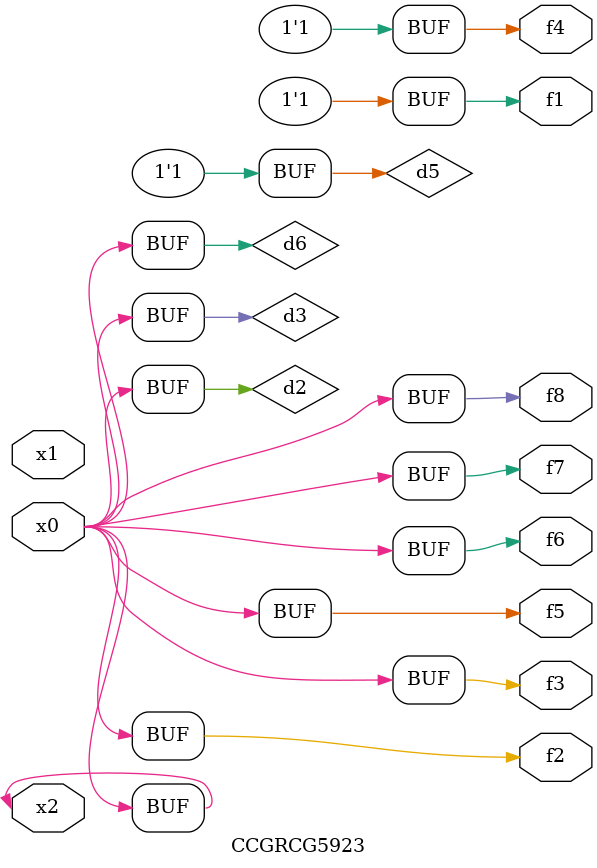
<source format=v>
module CCGRCG5923(
	input x0, x1, x2,
	output f1, f2, f3, f4, f5, f6, f7, f8
);

	wire d1, d2, d3, d4, d5, d6;

	xnor (d1, x2);
	buf (d2, x0, x2);
	and (d3, x0);
	xnor (d4, x1, x2);
	nand (d5, d1, d3);
	buf (d6, d2, d3);
	assign f1 = d5;
	assign f2 = d6;
	assign f3 = d6;
	assign f4 = d5;
	assign f5 = d6;
	assign f6 = d6;
	assign f7 = d6;
	assign f8 = d6;
endmodule

</source>
